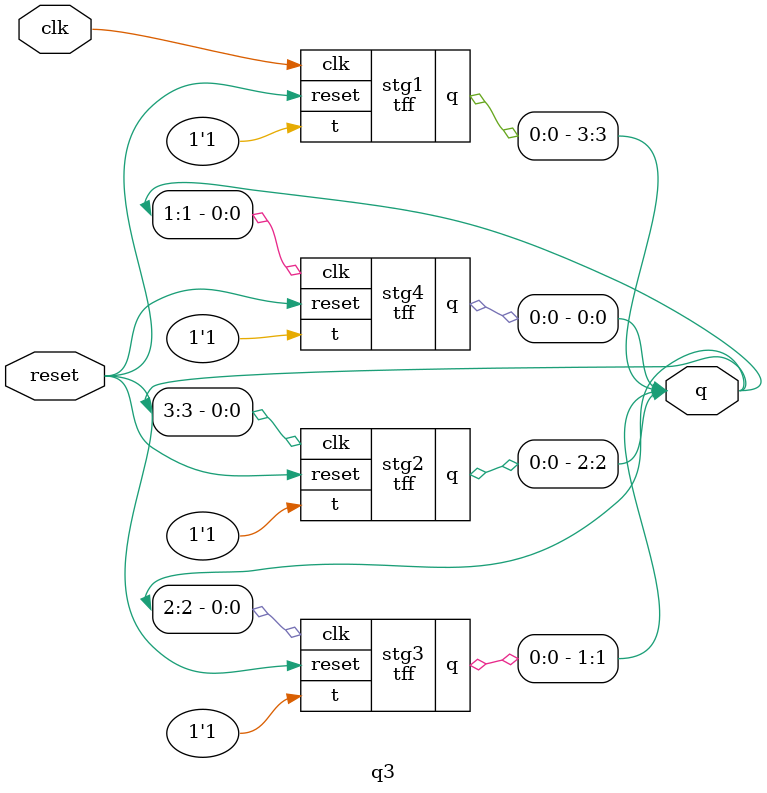
<source format=v>
module tff(t,q,reset,clk);
input t,reset,clk;
output reg q;
always @(negedge clk)
begin
if(reset)
q<=0;
else if(t)
q<=~q;
end
endmodule
module q3(q,clk,reset);
input clk,reset;
output [0:3]q;
tff stg1(1'b1,q[3],reset,clk);
tff stg2(1'b1,q[2],reset,q[3]);
tff stg3(1'b1,q[1],reset,q[2]);
tff stg4(1'b1,q[0],reset,q[1]);
endmodule

</source>
